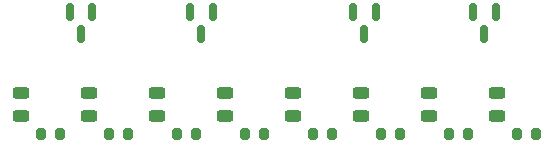
<source format=gtp>
G04 #@! TF.GenerationSoftware,KiCad,Pcbnew,(6.0.7)*
G04 #@! TF.CreationDate,2023-06-29T10:47:44-07:00*
G04 #@! TF.ProjectId,Solenoid Board Ground Systems,536f6c65-6e6f-4696-9420-426f61726420,rev?*
G04 #@! TF.SameCoordinates,Original*
G04 #@! TF.FileFunction,Paste,Top*
G04 #@! TF.FilePolarity,Positive*
%FSLAX46Y46*%
G04 Gerber Fmt 4.6, Leading zero omitted, Abs format (unit mm)*
G04 Created by KiCad (PCBNEW (6.0.7)) date 2023-06-29 10:47:44*
%MOMM*%
%LPD*%
G01*
G04 APERTURE LIST*
G04 Aperture macros list*
%AMRoundRect*
0 Rectangle with rounded corners*
0 $1 Rounding radius*
0 $2 $3 $4 $5 $6 $7 $8 $9 X,Y pos of 4 corners*
0 Add a 4 corners polygon primitive as box body*
4,1,4,$2,$3,$4,$5,$6,$7,$8,$9,$2,$3,0*
0 Add four circle primitives for the rounded corners*
1,1,$1+$1,$2,$3*
1,1,$1+$1,$4,$5*
1,1,$1+$1,$6,$7*
1,1,$1+$1,$8,$9*
0 Add four rect primitives between the rounded corners*
20,1,$1+$1,$2,$3,$4,$5,0*
20,1,$1+$1,$4,$5,$6,$7,0*
20,1,$1+$1,$6,$7,$8,$9,0*
20,1,$1+$1,$8,$9,$2,$3,0*%
G04 Aperture macros list end*
%ADD10RoundRect,0.243750X-0.456250X0.243750X-0.456250X-0.243750X0.456250X-0.243750X0.456250X0.243750X0*%
%ADD11RoundRect,0.200000X-0.200000X-0.275000X0.200000X-0.275000X0.200000X0.275000X-0.200000X0.275000X0*%
%ADD12RoundRect,0.150000X-0.150000X0.587500X-0.150000X-0.587500X0.150000X-0.587500X0.150000X0.587500X0*%
G04 APERTURE END LIST*
D10*
X75414287Y-42162500D03*
X75414287Y-44037500D03*
D11*
X71310713Y-45590000D03*
X72960713Y-45590000D03*
X36789287Y-45590000D03*
X38439287Y-45590000D03*
X65557142Y-45590000D03*
X67207142Y-45590000D03*
D12*
X51325000Y-35237500D03*
X49425000Y-35237500D03*
X50375000Y-37112500D03*
D11*
X48296429Y-45590000D03*
X49946429Y-45590000D03*
D12*
X65125000Y-35237500D03*
X63225000Y-35237500D03*
X64175000Y-37112500D03*
D10*
X69660713Y-42162500D03*
X69660713Y-44037500D03*
D11*
X54050000Y-45590000D03*
X55700000Y-45590000D03*
D12*
X41150000Y-35237500D03*
X39250000Y-35237500D03*
X40200000Y-37112500D03*
D10*
X63907142Y-42162500D03*
X63907142Y-44037500D03*
X46646429Y-42162500D03*
X46646429Y-44037500D03*
D11*
X77064287Y-45590000D03*
X78714287Y-45590000D03*
D12*
X75275000Y-35237500D03*
X73375000Y-35237500D03*
X74325000Y-37112500D03*
D11*
X59803571Y-45590000D03*
X61453571Y-45590000D03*
D10*
X35139287Y-42162500D03*
X35139287Y-44037500D03*
X58153571Y-42162500D03*
X58153571Y-44037500D03*
X52400000Y-42162500D03*
X52400000Y-44037500D03*
D11*
X42542858Y-45590000D03*
X44192858Y-45590000D03*
D10*
X40892858Y-42162500D03*
X40892858Y-44037500D03*
M02*

</source>
